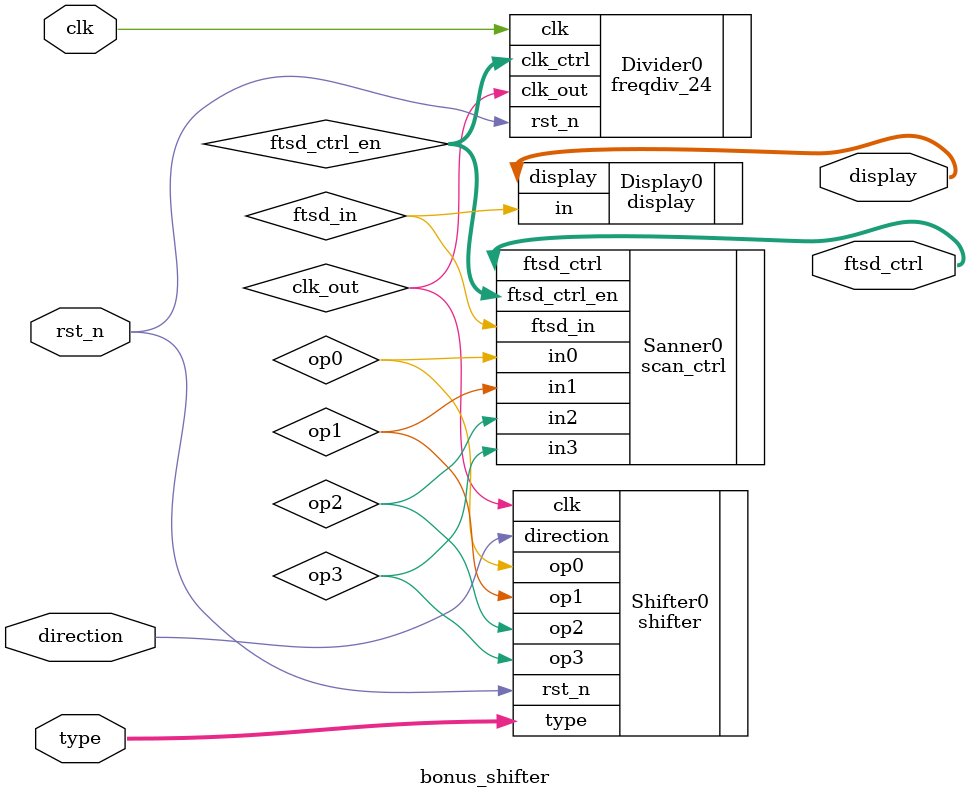
<source format=v>
`timescale 1ns / 1ps
module bonus_shifter(
	display,
	direction,
	type,
	ftsd_ctrl,
	rst_n,
	clk
   );
	
	output [14:0]display;
	output [3:0] ftsd_ctrl;
	input	clk;
	input rst_n;
	input direction;
	input [2:0]type;
	
	wire clk_out;
	wire op0,op1,op2,op3;
	wire [1:0]ftsd_ctrl_en;
	wire [3:0] ftsd_ctrl;
	wire ftsd_in;
	//Display
	display Display0(
		.display(display),
		.in(ftsd_in)
	);
	
	//Frequency
	freqdiv_24 Divider0(
		.clk_out(clk_out),
		.clk_ctrl(ftsd_ctrl_en),
		.rst_n(rst_n),
		.clk(clk)
	);
	
	//Scan
	scan_ctrl Sanner0(
		.ftsd_ctrl(ftsd_ctrl),
		.ftsd_in(ftsd_in),
		.in0(op0),
		.in1(op1),
		.in2(op2),
		.in3(op3),
		.ftsd_ctrl_en(ftsd_ctrl_en)
	);
	
	//Shifter
	shifter Shifter0(
	.direction(direction),
	.type(type),
	.op0(op0),
	.op1(op1),
	.op2(op2),
	.op3(op3),
	.rst_n(rst_n),
	.clk(clk_out)
	);

endmodule

</source>
